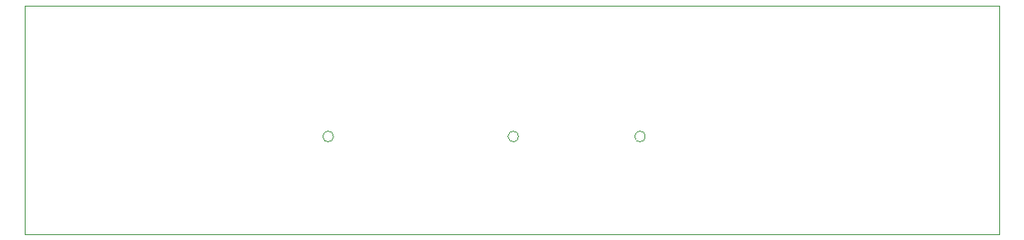
<source format=gbr>
%TF.GenerationSoftware,KiCad,Pcbnew,9.0.5*%
%TF.CreationDate,2025-11-06T16:05:17+09:00*%
%TF.ProjectId,________3,d6ecc3c9-dcfc-4c95-9f33-2e6b69636164,rev?*%
%TF.SameCoordinates,Original*%
%TF.FileFunction,Profile,NP*%
%FSLAX46Y46*%
G04 Gerber Fmt 4.6, Leading zero omitted, Abs format (unit mm)*
G04 Created by KiCad (PCBNEW 9.0.5) date 2025-11-06 16:05:17*
%MOMM*%
%LPD*%
G01*
G04 APERTURE LIST*
%TA.AperFunction,Profile*%
%ADD10C,0.050000*%
%TD*%
G04 APERTURE END LIST*
D10*
X96975000Y-132995000D02*
X196975000Y-132995000D01*
X196975000Y-156495000D01*
X96975000Y-156495000D01*
X96975000Y-132995000D01*
%TO.C,J9*%
X160670000Y-146445000D02*
G75*
G02*
X159570000Y-146445000I-550000J0D01*
G01*
X159570000Y-146445000D02*
G75*
G02*
X160670000Y-146445000I550000J0D01*
G01*
%TO.C,J10*%
X128670000Y-146445000D02*
G75*
G02*
X127570000Y-146445000I-550000J0D01*
G01*
X127570000Y-146445000D02*
G75*
G02*
X128670000Y-146445000I550000J0D01*
G01*
%TO.C,J11*%
X147670000Y-146445000D02*
G75*
G02*
X146570000Y-146445000I-550000J0D01*
G01*
X146570000Y-146445000D02*
G75*
G02*
X147670000Y-146445000I550000J0D01*
G01*
%TD*%
M02*

</source>
